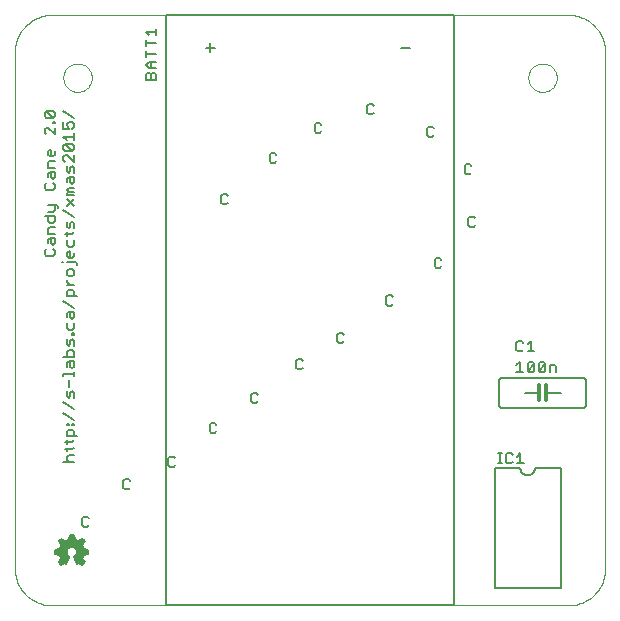
<source format=gto>
G75*
G70*
%OFA0B0*%
%FSLAX24Y24*%
%IPPOS*%
%LPD*%
%AMOC8*
5,1,8,0,0,1.08239X$1,22.5*
%
%ADD10C,0.0000*%
%ADD11C,0.0060*%
%ADD12C,0.0120*%
%ADD13C,0.0050*%
%ADD14C,0.0080*%
D10*
X000559Y001809D02*
X000559Y018994D01*
X000561Y019062D01*
X000566Y019129D01*
X000575Y019196D01*
X000588Y019263D01*
X000605Y019328D01*
X000624Y019393D01*
X000648Y019457D01*
X000675Y019519D01*
X000705Y019580D01*
X000738Y019638D01*
X000774Y019695D01*
X000814Y019750D01*
X000856Y019803D01*
X000902Y019854D01*
X000949Y019901D01*
X001000Y019947D01*
X001053Y019989D01*
X001108Y020029D01*
X001165Y020065D01*
X001223Y020098D01*
X001284Y020128D01*
X001346Y020155D01*
X001410Y020179D01*
X001475Y020198D01*
X001540Y020215D01*
X001607Y020228D01*
X001674Y020237D01*
X001741Y020242D01*
X001809Y020244D01*
X018994Y020244D01*
X019062Y020242D01*
X019129Y020237D01*
X019196Y020228D01*
X019263Y020215D01*
X019328Y020198D01*
X019393Y020179D01*
X019457Y020155D01*
X019519Y020128D01*
X019580Y020098D01*
X019638Y020065D01*
X019695Y020029D01*
X019750Y019989D01*
X019803Y019947D01*
X019854Y019901D01*
X019901Y019854D01*
X019947Y019803D01*
X019989Y019750D01*
X020029Y019695D01*
X020065Y019638D01*
X020098Y019580D01*
X020128Y019519D01*
X020155Y019457D01*
X020179Y019393D01*
X020198Y019328D01*
X020215Y019263D01*
X020228Y019196D01*
X020237Y019129D01*
X020242Y019062D01*
X020244Y018994D01*
X020244Y001809D01*
X020242Y001741D01*
X020237Y001674D01*
X020228Y001607D01*
X020215Y001540D01*
X020198Y001475D01*
X020179Y001410D01*
X020155Y001346D01*
X020128Y001284D01*
X020098Y001223D01*
X020065Y001165D01*
X020029Y001108D01*
X019989Y001053D01*
X019947Y001000D01*
X019901Y000949D01*
X019854Y000902D01*
X019803Y000856D01*
X019750Y000814D01*
X019695Y000774D01*
X019638Y000738D01*
X019580Y000705D01*
X019519Y000675D01*
X019457Y000648D01*
X019393Y000624D01*
X019328Y000605D01*
X019263Y000588D01*
X019196Y000575D01*
X019129Y000566D01*
X019062Y000561D01*
X018994Y000559D01*
X001809Y000559D01*
X001741Y000561D01*
X001674Y000566D01*
X001607Y000575D01*
X001540Y000588D01*
X001475Y000605D01*
X001410Y000624D01*
X001346Y000648D01*
X001284Y000675D01*
X001223Y000705D01*
X001165Y000738D01*
X001108Y000774D01*
X001053Y000814D01*
X001000Y000856D01*
X000949Y000902D01*
X000902Y000949D01*
X000856Y001000D01*
X000814Y001053D01*
X000774Y001108D01*
X000738Y001165D01*
X000705Y001223D01*
X000675Y001284D01*
X000648Y001346D01*
X000624Y001410D01*
X000605Y001475D01*
X000588Y001540D01*
X000575Y001607D01*
X000566Y001674D01*
X000561Y001741D01*
X000559Y001809D01*
X002179Y018151D02*
X002181Y018194D01*
X002187Y018236D01*
X002197Y018278D01*
X002210Y018319D01*
X002227Y018359D01*
X002248Y018396D01*
X002272Y018432D01*
X002299Y018465D01*
X002329Y018496D01*
X002362Y018524D01*
X002397Y018549D01*
X002434Y018570D01*
X002473Y018588D01*
X002513Y018602D01*
X002555Y018613D01*
X002597Y018620D01*
X002640Y018623D01*
X002683Y018622D01*
X002726Y018617D01*
X002768Y018608D01*
X002809Y018596D01*
X002849Y018580D01*
X002887Y018560D01*
X002923Y018537D01*
X002957Y018510D01*
X002989Y018481D01*
X003017Y018449D01*
X003043Y018414D01*
X003065Y018378D01*
X003084Y018339D01*
X003099Y018299D01*
X003111Y018258D01*
X003119Y018215D01*
X003123Y018172D01*
X003123Y018130D01*
X003119Y018087D01*
X003111Y018044D01*
X003099Y018003D01*
X003084Y017963D01*
X003065Y017924D01*
X003043Y017888D01*
X003017Y017853D01*
X002989Y017821D01*
X002957Y017792D01*
X002923Y017765D01*
X002887Y017742D01*
X002849Y017722D01*
X002809Y017706D01*
X002768Y017694D01*
X002726Y017685D01*
X002683Y017680D01*
X002640Y017679D01*
X002597Y017682D01*
X002555Y017689D01*
X002513Y017700D01*
X002473Y017714D01*
X002434Y017732D01*
X002397Y017753D01*
X002362Y017778D01*
X002329Y017806D01*
X002299Y017837D01*
X002272Y017870D01*
X002248Y017906D01*
X002227Y017943D01*
X002210Y017983D01*
X002197Y018024D01*
X002187Y018066D01*
X002181Y018108D01*
X002179Y018151D01*
X017679Y018151D02*
X017681Y018194D01*
X017687Y018236D01*
X017697Y018278D01*
X017710Y018319D01*
X017727Y018359D01*
X017748Y018396D01*
X017772Y018432D01*
X017799Y018465D01*
X017829Y018496D01*
X017862Y018524D01*
X017897Y018549D01*
X017934Y018570D01*
X017973Y018588D01*
X018013Y018602D01*
X018055Y018613D01*
X018097Y018620D01*
X018140Y018623D01*
X018183Y018622D01*
X018226Y018617D01*
X018268Y018608D01*
X018309Y018596D01*
X018349Y018580D01*
X018387Y018560D01*
X018423Y018537D01*
X018457Y018510D01*
X018489Y018481D01*
X018517Y018449D01*
X018543Y018414D01*
X018565Y018378D01*
X018584Y018339D01*
X018599Y018299D01*
X018611Y018258D01*
X018619Y018215D01*
X018623Y018172D01*
X018623Y018130D01*
X018619Y018087D01*
X018611Y018044D01*
X018599Y018003D01*
X018584Y017963D01*
X018565Y017924D01*
X018543Y017888D01*
X018517Y017853D01*
X018489Y017821D01*
X018457Y017792D01*
X018423Y017765D01*
X018387Y017742D01*
X018349Y017722D01*
X018309Y017706D01*
X018268Y017694D01*
X018226Y017685D01*
X018183Y017680D01*
X018140Y017679D01*
X018097Y017682D01*
X018055Y017689D01*
X018013Y017700D01*
X017973Y017714D01*
X017934Y017732D01*
X017897Y017753D01*
X017862Y017778D01*
X017829Y017806D01*
X017799Y017837D01*
X017772Y017870D01*
X017748Y017906D01*
X017727Y017943D01*
X017710Y017983D01*
X017697Y018024D01*
X017687Y018066D01*
X017681Y018108D01*
X017679Y018151D01*
D11*
X015726Y015272D02*
X015613Y015272D01*
X015556Y015215D01*
X015556Y014988D01*
X015613Y014931D01*
X015726Y014931D01*
X015783Y014988D01*
X015783Y015215D02*
X015726Y015272D01*
X014533Y016238D02*
X014476Y016181D01*
X014363Y016181D01*
X014306Y016238D01*
X014306Y016465D01*
X014363Y016522D01*
X014476Y016522D01*
X014533Y016465D01*
X012533Y016988D02*
X012476Y016931D01*
X012363Y016931D01*
X012306Y016988D01*
X012306Y017215D01*
X012363Y017272D01*
X012476Y017272D01*
X012533Y017215D01*
X010783Y016590D02*
X010726Y016647D01*
X010613Y016647D01*
X010556Y016590D01*
X010556Y016363D01*
X010613Y016306D01*
X010726Y016306D01*
X010783Y016363D01*
X009283Y015590D02*
X009226Y015647D01*
X009113Y015647D01*
X009056Y015590D01*
X009056Y015363D01*
X009113Y015306D01*
X009226Y015306D01*
X009283Y015363D01*
X007658Y014215D02*
X007601Y014272D01*
X007488Y014272D01*
X007431Y014215D01*
X007431Y013988D01*
X007488Y013931D01*
X007601Y013931D01*
X007658Y013988D01*
X005271Y018090D02*
X004931Y018090D01*
X004931Y018260D01*
X004988Y018317D01*
X005044Y018317D01*
X005101Y018260D01*
X005101Y018090D01*
X005101Y018260D02*
X005158Y018317D01*
X005215Y018317D01*
X005271Y018260D01*
X005271Y018090D01*
X005271Y018458D02*
X005044Y018458D01*
X004931Y018571D01*
X005044Y018685D01*
X005271Y018685D01*
X005101Y018685D02*
X005101Y018458D01*
X004931Y018826D02*
X004931Y019053D01*
X004931Y018940D02*
X005271Y018940D01*
X005271Y019308D02*
X004931Y019308D01*
X004931Y019195D02*
X004931Y019421D01*
X005044Y019563D02*
X004931Y019676D01*
X005271Y019676D01*
X005271Y019563D02*
X005271Y019790D01*
X002521Y016813D02*
X002181Y017039D01*
X001896Y016983D02*
X001896Y016870D01*
X001840Y016813D01*
X001613Y017040D01*
X001840Y017040D01*
X001896Y016983D01*
X001840Y016813D02*
X001613Y016813D01*
X001556Y016870D01*
X001556Y016983D01*
X001613Y017040D01*
X001840Y016685D02*
X001896Y016685D01*
X001896Y016629D01*
X001840Y016629D01*
X001840Y016685D01*
X001896Y016487D02*
X001896Y016260D01*
X001669Y016487D01*
X001613Y016487D01*
X001556Y016431D01*
X001556Y016317D01*
X001613Y016260D01*
X001726Y015751D02*
X001783Y015751D01*
X001783Y015524D01*
X001840Y015524D02*
X001726Y015524D01*
X001669Y015580D01*
X001669Y015694D01*
X001726Y015751D01*
X001896Y015694D02*
X001896Y015580D01*
X001840Y015524D01*
X001896Y015382D02*
X001726Y015382D01*
X001669Y015326D01*
X001669Y015155D01*
X001896Y015155D01*
X001896Y015014D02*
X001896Y014844D01*
X001840Y014787D01*
X001783Y014844D01*
X001783Y015014D01*
X001726Y015014D02*
X001896Y015014D01*
X001726Y015014D02*
X001669Y014957D01*
X001669Y014844D01*
X001613Y014646D02*
X001556Y014589D01*
X001556Y014476D01*
X001613Y014419D01*
X001840Y014419D01*
X001896Y014476D01*
X001896Y014589D01*
X001840Y014646D01*
X002294Y014659D02*
X002294Y014773D01*
X002351Y014830D01*
X002521Y014830D01*
X002521Y014659D01*
X002465Y014603D01*
X002408Y014659D01*
X002408Y014830D01*
X002351Y014971D02*
X002294Y015028D01*
X002294Y015198D01*
X002408Y015141D02*
X002465Y015198D01*
X002521Y015141D01*
X002521Y014971D01*
X002408Y015028D02*
X002351Y014971D01*
X002408Y015028D02*
X002408Y015141D01*
X002521Y015339D02*
X002294Y015566D01*
X002238Y015566D01*
X002181Y015509D01*
X002181Y015396D01*
X002238Y015339D01*
X002521Y015339D02*
X002521Y015566D01*
X002465Y015708D02*
X002238Y015934D01*
X002465Y015934D01*
X002521Y015878D01*
X002521Y015764D01*
X002465Y015708D01*
X002238Y015708D01*
X002181Y015764D01*
X002181Y015878D01*
X002238Y015934D01*
X002294Y016076D02*
X002181Y016189D01*
X002521Y016189D01*
X002521Y016076D02*
X002521Y016303D01*
X002465Y016444D02*
X002521Y016501D01*
X002521Y016614D01*
X002465Y016671D01*
X002351Y016671D01*
X002294Y016614D01*
X002294Y016558D01*
X002351Y016444D01*
X002181Y016444D01*
X002181Y016671D01*
X002351Y014461D02*
X002521Y014461D01*
X002521Y014348D02*
X002351Y014348D01*
X002294Y014404D01*
X002351Y014461D01*
X002351Y014348D02*
X002294Y014291D01*
X002294Y014234D01*
X002521Y014234D01*
X002521Y014093D02*
X002294Y013866D01*
X002181Y013725D02*
X002521Y013498D01*
X002465Y013356D02*
X002408Y013300D01*
X002408Y013186D01*
X002351Y013129D01*
X002294Y013186D01*
X002294Y013356D01*
X002465Y013356D02*
X002521Y013300D01*
X002521Y013129D01*
X002521Y012997D02*
X002465Y012941D01*
X002238Y012941D01*
X002294Y012884D02*
X002294Y012997D01*
X002294Y012742D02*
X002294Y012572D01*
X002351Y012516D01*
X002465Y012516D01*
X002521Y012572D01*
X002521Y012742D01*
X002408Y012374D02*
X002408Y012147D01*
X002465Y012147D02*
X002351Y012147D01*
X002294Y012204D01*
X002294Y012317D01*
X002351Y012374D01*
X002408Y012374D01*
X002521Y012317D02*
X002521Y012204D01*
X002465Y012147D01*
X002578Y012015D02*
X002294Y012015D01*
X002181Y012015D02*
X002124Y012015D01*
X001896Y012266D02*
X001896Y012379D01*
X001840Y012436D01*
X001840Y012577D02*
X001783Y012634D01*
X001783Y012804D01*
X001726Y012804D02*
X001896Y012804D01*
X001896Y012634D01*
X001840Y012577D01*
X001669Y012634D02*
X001669Y012747D01*
X001726Y012804D01*
X001669Y012946D02*
X001669Y013116D01*
X001726Y013172D01*
X001896Y013172D01*
X001840Y013314D02*
X001726Y013314D01*
X001669Y013371D01*
X001669Y013541D01*
X001556Y013541D02*
X001896Y013541D01*
X001896Y013371D01*
X001840Y013314D01*
X001840Y013682D02*
X001896Y013739D01*
X001896Y013909D01*
X001953Y013909D02*
X002010Y013852D01*
X002010Y013796D01*
X001953Y013909D02*
X001669Y013909D01*
X001669Y013682D02*
X001840Y013682D01*
X002294Y014093D02*
X002521Y013866D01*
X001896Y012946D02*
X001669Y012946D01*
X001613Y012436D02*
X001556Y012379D01*
X001556Y012266D01*
X001613Y012209D01*
X001840Y012209D01*
X001896Y012266D01*
X002351Y011760D02*
X002294Y011704D01*
X002294Y011590D01*
X002351Y011534D01*
X002465Y011534D01*
X002521Y011590D01*
X002521Y011704D01*
X002465Y011760D01*
X002351Y011760D01*
X002635Y011902D02*
X002635Y011959D01*
X002578Y012015D01*
X002294Y011397D02*
X002294Y011340D01*
X002408Y011227D01*
X002521Y011227D02*
X002294Y011227D01*
X002351Y011085D02*
X002465Y011085D01*
X002521Y011028D01*
X002521Y010858D01*
X002635Y010858D02*
X002294Y010858D01*
X002294Y011028D01*
X002351Y011085D01*
X002181Y010717D02*
X002521Y010490D01*
X002521Y010349D02*
X002351Y010349D01*
X002294Y010292D01*
X002294Y010178D01*
X002408Y010178D02*
X002408Y010349D01*
X002521Y010349D02*
X002521Y010178D01*
X002465Y010122D01*
X002408Y010178D01*
X002521Y009980D02*
X002521Y009810D01*
X002465Y009753D01*
X002351Y009753D01*
X002294Y009810D01*
X002294Y009980D01*
X002465Y009626D02*
X002521Y009626D01*
X002521Y009569D01*
X002465Y009569D01*
X002465Y009626D01*
X002465Y009428D02*
X002408Y009371D01*
X002408Y009258D01*
X002351Y009201D01*
X002294Y009258D01*
X002294Y009428D01*
X002465Y009428D02*
X002521Y009371D01*
X002521Y009201D01*
X002465Y009059D02*
X002351Y009059D01*
X002294Y009003D01*
X002294Y008833D01*
X002181Y008833D02*
X002521Y008833D01*
X002521Y009003D01*
X002465Y009059D01*
X002521Y008691D02*
X002351Y008691D01*
X002294Y008634D01*
X002294Y008521D01*
X002408Y008521D02*
X002408Y008691D01*
X002521Y008691D02*
X002521Y008521D01*
X002465Y008464D01*
X002408Y008521D01*
X002521Y008332D02*
X002521Y008219D01*
X002521Y008276D02*
X002181Y008276D01*
X002181Y008219D01*
X002351Y008077D02*
X002351Y007851D01*
X002294Y007709D02*
X002294Y007539D01*
X002351Y007482D01*
X002408Y007539D01*
X002408Y007652D01*
X002465Y007709D01*
X002521Y007652D01*
X002521Y007482D01*
X002521Y007114D02*
X002181Y007341D01*
X002181Y006972D02*
X002521Y006746D01*
X002521Y006618D02*
X002465Y006618D01*
X002465Y006561D01*
X002521Y006561D01*
X002521Y006618D01*
X002351Y006618D02*
X002351Y006561D01*
X002294Y006561D01*
X002294Y006618D01*
X002351Y006618D01*
X002351Y006420D02*
X002465Y006420D01*
X002521Y006363D01*
X002521Y006193D01*
X002635Y006193D02*
X002294Y006193D01*
X002294Y006363D01*
X002351Y006420D01*
X002294Y006061D02*
X002294Y005948D01*
X002238Y006004D02*
X002465Y006004D01*
X002521Y006061D01*
X002521Y005816D02*
X002465Y005759D01*
X002238Y005759D01*
X002294Y005702D02*
X002294Y005816D01*
X002351Y005561D02*
X002521Y005561D01*
X002351Y005561D02*
X002294Y005504D01*
X002294Y005391D01*
X002351Y005334D01*
X002181Y005334D02*
X002521Y005334D01*
X004181Y004715D02*
X004181Y004488D01*
X004238Y004431D01*
X004351Y004431D01*
X004408Y004488D01*
X004408Y004715D02*
X004351Y004772D01*
X004238Y004772D01*
X004181Y004715D01*
X002976Y003522D02*
X002863Y003522D01*
X002806Y003465D01*
X002806Y003238D01*
X002863Y003181D01*
X002976Y003181D01*
X003033Y003238D01*
X003033Y003465D02*
X002976Y003522D01*
X002811Y002781D02*
X002901Y002691D01*
X002811Y002561D01*
X002861Y002441D01*
X003011Y002411D01*
X003011Y002281D01*
X002871Y002251D01*
X002811Y002121D01*
X002901Y001991D01*
X002811Y001901D01*
X002691Y001981D01*
X002631Y001951D01*
X002541Y002181D01*
X002601Y002151D02*
X002701Y002351D01*
X002601Y002501D01*
X002451Y002551D01*
X002301Y002501D01*
X002251Y002351D01*
X002301Y002201D01*
X002351Y002151D01*
X002251Y002001D01*
X002101Y001951D01*
X002051Y002001D01*
X002151Y002151D01*
X002051Y002301D01*
X001951Y002301D01*
X001951Y002401D01*
X002101Y002401D01*
X002151Y002551D01*
X002051Y002701D01*
X002101Y002751D01*
X002251Y002651D01*
X002401Y002751D01*
X002401Y002851D01*
X002501Y002851D01*
X002551Y002701D01*
X002701Y002651D01*
X002801Y002751D01*
X002851Y002701D01*
X002801Y002551D01*
X002851Y002401D01*
X003001Y002401D01*
X002951Y002301D01*
X002801Y002251D01*
X002801Y002101D01*
X002851Y002001D01*
X002801Y001951D01*
X002701Y002001D01*
X002651Y002001D01*
X002601Y002151D01*
X002603Y002147D02*
X002801Y002147D01*
X002801Y002205D02*
X002628Y002205D01*
X002657Y002264D02*
X002839Y002264D01*
X002962Y002322D02*
X002687Y002322D01*
X002682Y002381D02*
X002991Y002381D01*
X002839Y002439D02*
X002643Y002439D01*
X002604Y002498D02*
X002819Y002498D01*
X002803Y002556D02*
X002148Y002556D01*
X002111Y002561D02*
X002021Y002691D01*
X002111Y002781D01*
X002241Y002691D01*
X002361Y002741D01*
X002391Y002901D01*
X002521Y002901D01*
X002551Y002741D01*
X002671Y002691D01*
X002811Y002781D01*
X002820Y002732D02*
X002782Y002732D01*
X002724Y002674D02*
X002842Y002674D01*
X002823Y002615D02*
X002109Y002615D01*
X002111Y002561D02*
X002051Y002431D01*
X001901Y002411D01*
X001901Y002281D01*
X002051Y002251D01*
X002101Y002121D01*
X002021Y001991D01*
X002111Y001901D01*
X002231Y001981D01*
X002281Y001951D01*
X002381Y002181D01*
X002348Y002147D02*
X002148Y002147D01*
X002115Y002205D02*
X002300Y002205D01*
X002280Y002264D02*
X002076Y002264D01*
X001951Y002322D02*
X002261Y002322D01*
X002261Y002381D02*
X001951Y002381D01*
X002114Y002439D02*
X002281Y002439D01*
X002300Y002498D02*
X002133Y002498D01*
X002070Y002674D02*
X002218Y002674D01*
X002285Y002674D02*
X002634Y002674D01*
X002541Y002732D02*
X002372Y002732D01*
X002401Y002791D02*
X002521Y002791D01*
X002502Y002849D02*
X002401Y002849D01*
X002130Y002732D02*
X002082Y002732D01*
X002381Y002181D02*
X002359Y002194D01*
X002339Y002210D01*
X002321Y002229D01*
X002306Y002251D01*
X002295Y002274D01*
X002287Y002299D01*
X002283Y002324D01*
X002282Y002350D01*
X002285Y002376D01*
X002292Y002401D01*
X002303Y002424D01*
X002316Y002446D01*
X002333Y002466D01*
X002352Y002483D01*
X002374Y002498D01*
X002398Y002508D01*
X002422Y002516D01*
X002448Y002520D01*
X002474Y002520D01*
X002500Y002516D01*
X002524Y002508D01*
X002548Y002498D01*
X002570Y002483D01*
X002589Y002466D01*
X002606Y002446D01*
X002619Y002424D01*
X002630Y002401D01*
X002637Y002376D01*
X002640Y002350D01*
X002639Y002324D01*
X002635Y002299D01*
X002627Y002274D01*
X002616Y002251D01*
X002601Y002229D01*
X002583Y002210D01*
X002563Y002194D01*
X002541Y002181D01*
X002622Y002088D02*
X002808Y002088D01*
X002837Y002030D02*
X002642Y002030D01*
X002762Y001971D02*
X002821Y001971D01*
X002309Y002088D02*
X002109Y002088D01*
X002070Y002030D02*
X002270Y002030D01*
X002161Y001971D02*
X002081Y001971D01*
X005681Y005238D02*
X005681Y005465D01*
X005738Y005522D01*
X005851Y005522D01*
X005908Y005465D01*
X005908Y005238D02*
X005851Y005181D01*
X005738Y005181D01*
X005681Y005238D01*
X007056Y006363D02*
X007056Y006590D01*
X007113Y006647D01*
X007226Y006647D01*
X007283Y006590D01*
X007283Y006363D02*
X007226Y006306D01*
X007113Y006306D01*
X007056Y006363D01*
X008431Y007363D02*
X008488Y007306D01*
X008601Y007306D01*
X008658Y007363D01*
X008431Y007363D02*
X008431Y007590D01*
X008488Y007647D01*
X008601Y007647D01*
X008658Y007590D01*
X009931Y008488D02*
X009988Y008431D01*
X010101Y008431D01*
X010158Y008488D01*
X009931Y008488D02*
X009931Y008715D01*
X009988Y008772D01*
X010101Y008772D01*
X010158Y008715D01*
X011306Y009363D02*
X011363Y009306D01*
X011476Y009306D01*
X011533Y009363D01*
X011306Y009363D02*
X011306Y009590D01*
X011363Y009647D01*
X011476Y009647D01*
X011533Y009590D01*
X012931Y010613D02*
X012988Y010556D01*
X013101Y010556D01*
X013158Y010613D01*
X012931Y010613D02*
X012931Y010840D01*
X012988Y010897D01*
X013101Y010897D01*
X013158Y010840D01*
X014556Y011863D02*
X014556Y012090D01*
X014613Y012147D01*
X014726Y012147D01*
X014783Y012090D01*
X014783Y011863D02*
X014726Y011806D01*
X014613Y011806D01*
X014556Y011863D01*
X015738Y013181D02*
X015851Y013181D01*
X015908Y013238D01*
X015738Y013181D02*
X015681Y013238D01*
X015681Y013465D01*
X015738Y013522D01*
X015851Y013522D01*
X015908Y013465D01*
X017338Y009372D02*
X017281Y009315D01*
X017281Y009088D01*
X017338Y009031D01*
X017451Y009031D01*
X017508Y009088D01*
X017650Y009031D02*
X017876Y009031D01*
X017763Y009031D02*
X017763Y009372D01*
X017650Y009258D01*
X017508Y009315D02*
X017451Y009372D01*
X017338Y009372D01*
X017395Y008672D02*
X017395Y008331D01*
X017508Y008331D02*
X017281Y008331D01*
X017281Y008558D02*
X017395Y008672D01*
X017650Y008615D02*
X017650Y008388D01*
X017876Y008615D01*
X017876Y008388D01*
X017820Y008331D01*
X017706Y008331D01*
X017650Y008388D01*
X017650Y008615D02*
X017706Y008672D01*
X017820Y008672D01*
X017876Y008615D01*
X018018Y008615D02*
X018018Y008388D01*
X018245Y008615D01*
X018245Y008388D01*
X018188Y008331D01*
X018075Y008331D01*
X018018Y008388D01*
X018018Y008615D02*
X018075Y008672D01*
X018188Y008672D01*
X018245Y008615D01*
X018386Y008558D02*
X018386Y008331D01*
X018613Y008331D02*
X018613Y008501D01*
X018556Y008558D01*
X018386Y008558D01*
X018271Y007651D02*
X018751Y007651D01*
X019501Y007151D02*
X019518Y007153D01*
X019535Y007157D01*
X019551Y007164D01*
X019565Y007174D01*
X019578Y007187D01*
X019588Y007201D01*
X019595Y007217D01*
X019599Y007234D01*
X019601Y007251D01*
X019601Y008051D01*
X019599Y008068D01*
X019595Y008085D01*
X019588Y008101D01*
X019578Y008115D01*
X019565Y008128D01*
X019551Y008138D01*
X019535Y008145D01*
X019518Y008149D01*
X019501Y008151D01*
X016801Y008151D01*
X016784Y008149D01*
X016767Y008145D01*
X016751Y008138D01*
X016737Y008128D01*
X016724Y008115D01*
X016714Y008101D01*
X016707Y008085D01*
X016703Y008068D01*
X016701Y008051D01*
X016701Y007251D01*
X016703Y007234D01*
X016707Y007217D01*
X016714Y007201D01*
X016724Y007187D01*
X016737Y007174D01*
X016751Y007164D01*
X016767Y007157D01*
X016784Y007153D01*
X016801Y007151D01*
X019501Y007151D01*
X018021Y007651D02*
X017551Y007651D01*
X017409Y005632D02*
X017409Y005291D01*
X017522Y005291D02*
X017295Y005291D01*
X017154Y005348D02*
X017097Y005291D01*
X016983Y005291D01*
X016927Y005348D01*
X016927Y005575D01*
X016983Y005632D01*
X017097Y005632D01*
X017154Y005575D01*
X017295Y005518D02*
X017409Y005632D01*
X017401Y005151D02*
X016551Y005151D01*
X016551Y001151D01*
X018751Y001151D01*
X018751Y005151D01*
X017901Y005151D01*
X017899Y005121D01*
X017894Y005091D01*
X017885Y005062D01*
X017872Y005035D01*
X017857Y005009D01*
X017838Y004985D01*
X017817Y004964D01*
X017793Y004945D01*
X017767Y004930D01*
X017740Y004917D01*
X017711Y004908D01*
X017681Y004903D01*
X017651Y004901D01*
X017621Y004903D01*
X017591Y004908D01*
X017562Y004917D01*
X017535Y004930D01*
X017509Y004945D01*
X017485Y004964D01*
X017464Y004985D01*
X017445Y005009D01*
X017430Y005035D01*
X017417Y005062D01*
X017408Y005091D01*
X017403Y005121D01*
X017401Y005151D01*
X016795Y005291D02*
X016681Y005291D01*
X016738Y005291D02*
X016738Y005632D01*
X016681Y005632D02*
X016795Y005632D01*
D12*
X018021Y007401D02*
X018021Y007651D01*
X018021Y007901D01*
X018271Y007901D02*
X018271Y007651D01*
X018271Y007401D01*
D13*
X015204Y000559D02*
X015204Y020244D01*
X005598Y020244D01*
X005598Y000559D01*
X015204Y000559D01*
D14*
X007081Y019011D02*
X007081Y019292D01*
X006941Y019151D02*
X007221Y019151D01*
X013441Y019151D02*
X013721Y019151D01*
M02*

</source>
